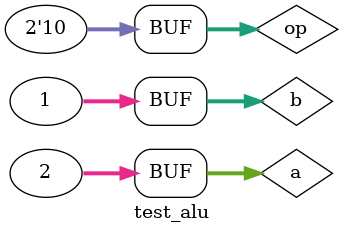
<source format=v>
`timescale 1ns / 1ps


module test_alu;

	// Inputs
	reg [31:0] a;
	reg [31:0] b;
	reg [1:0] op;

	// Outputs
	wire zero;
	wire [31:0] aluout;
	wire overflow;

	// Instantiate the Unit Under Test (UUT)
	alu uut (
		.a(a), 
		.b(b), 
		.op(op), 
		.zero(zero), 
		.aluout(aluout), 
		.overflow(overflow)
	);

	initial begin
		// Initialize Inputs
		a = 2'b10;
		b = 2'b01;
		op = 10;

		// Wait 100 ns for global reset to finish
		#100;
        
		// Add stimulus here

	end
      
endmodule


</source>
